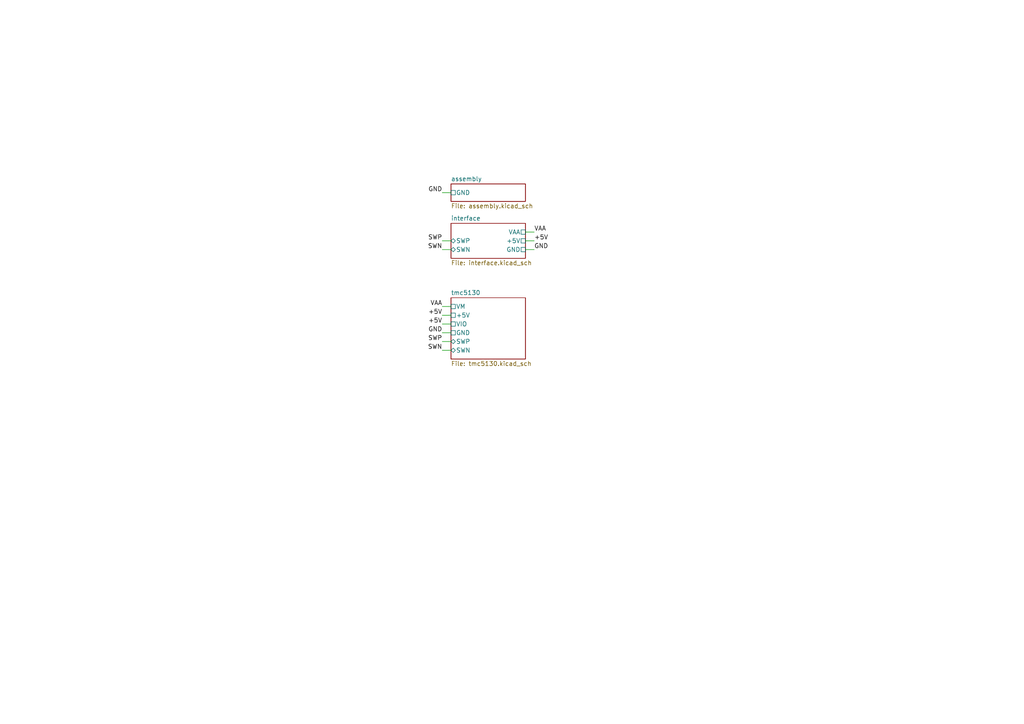
<source format=kicad_sch>
(kicad_sch (version 20230121) (generator eeschema)
  (paper "A4")
  (title_block (title "prism-pcb") (date "2024-09-10") (rev "1.3") (company "Howard Hughes Medical Institute"))
  (lib_symbols)
  (wire (pts (xy 130.81 72.39) (xy 128.27 72.39)))
  (wire (pts (xy 130.81 99.06) (xy 128.27 99.06)))
  (wire (pts (xy 128.27 91.44) (xy 130.81 91.44)))
  (wire (pts (xy 154.94 67.31) (xy 152.4 67.31)))
  (wire (pts (xy 128.27 55.88) (xy 130.81 55.88)))
  (wire (pts (xy 128.27 88.9) (xy 130.81 88.9)))
  (wire (pts (xy 128.27 96.52) (xy 130.81 96.52)))
  (wire (pts (xy 154.94 72.39) (xy 152.4 72.39)))
  (wire (pts (xy 130.81 101.6) (xy 128.27 101.6)))
  (wire (pts (xy 154.94 69.85) (xy 152.4 69.85)))
  (wire (pts (xy 128.27 93.98) (xy 130.81 93.98)))
  (wire (pts (xy 130.81 69.85) (xy 128.27 69.85)))
  (label "GND" (at 154.94 72.39 0))
  (label "+5V" (at 154.94 69.85 0))
  (label "SWN" (at 128.27 101.6 180))
  (label "+5V" (at 128.27 91.44 180))
  (label "+5V" (at 128.27 93.98 180))
  (label "VAA" (at 128.27 88.9 180))
  (label "GND" (at 128.27 55.88 180))
  (label "GND" (at 128.27 96.52 180))
  (label "SWP" (at 128.27 69.85 180))
  (label "SWN" (at 128.27 72.39 180))
  (label "SWP" (at 128.27 99.06 180))
  (label "VAA" (at 154.94 67.31 0))
  (sheet (at 130.81 86.36) (size 21.59 17.78) (stroke (width 0.1524))
    (property "Sheetname" "tmc5130" (at 130.81 85.6484 0) (effects (justify left bottom)))
    (property "Sheetfile" "tmc5130.kicad_sch" (at 130.81 104.7246 0) (effects (justify left top)))
    (pin "VM" passive (at 130.81 88.9 180))
    (pin "VIO" passive (at 130.81 93.98 180))
    (pin "GND" passive (at 130.81 96.52 180))
    (pin "SWN" bidirectional (at 130.81 101.6 180))
    (pin "SWP" bidirectional (at 130.81 99.06 180))
    (pin "+5V" passive (at 130.81 91.44 180))
  )
  (sheet (at 130.81 53.34) (size 21.59 5.08) (stroke (width 0.1524))
    (property "Sheetname" "assembly" (at 130.81 52.6284 0) (effects (justify left bottom)))
    (property "Sheetfile" "assembly.kicad_sch" (at 130.81 59.0046 0) (effects (justify left top)))
    (pin "GND" passive (at 130.81 55.88 180))
  )
  (sheet (at 130.81 64.77) (size 21.59 10.16) (stroke (width 0.1524))
    (property "Sheetname" "interface" (at 130.81 64.0584 0) (effects (justify left bottom)))
    (property "Sheetfile" "interface.kicad_sch" (at 130.81 75.5146 0) (effects (justify left top)))
    (pin "GND" passive (at 152.4 72.39 0))
    (pin "+5V" passive (at 152.4 69.85 0))
    (pin "SWN" bidirectional (at 130.81 72.39 180))
    (pin "SWP" bidirectional (at 130.81 69.85 180))
    (pin "VAA" passive (at 152.4 67.31 0))
  )
)
</source>
